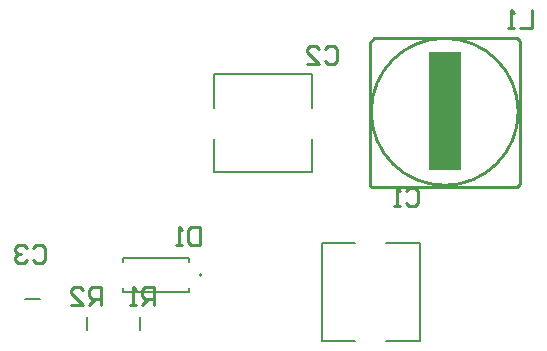
<source format=gto>
G04*
G04 #@! TF.GenerationSoftware,Altium Limited,Altium Designer,18.0.9 (584)*
G04*
G04 Layer_Color=65535*
%FSLAX25Y25*%
%MOIN*%
G70*
G01*
G75*
%ADD10C,0.01000*%
%ADD11C,0.00787*%
%ADD12C,0.00984*%
%ADD13C,0.00500*%
%ADD14R,0.11000X0.39500*%
D10*
X128546Y86221D02*
G03*
X128546Y86221I24505J0D01*
G01*
X38540Y21883D02*
Y27881D01*
X35541D01*
X34541Y26881D01*
Y24882D01*
X35541Y23882D01*
X38540D01*
X36541D02*
X34541Y21883D01*
X28543D02*
X32542D01*
X28543Y25881D01*
Y26881D01*
X29543Y27881D01*
X31542D01*
X32542Y26881D01*
X182251Y120219D02*
Y114221D01*
X178252D01*
X176253D02*
X174254D01*
X175253D01*
Y120219D01*
X176253Y119219D01*
X71486Y47698D02*
Y41700D01*
X68487D01*
X67487Y42700D01*
Y46698D01*
X68487Y47698D01*
X71486D01*
X65488Y41700D02*
X63488D01*
X64488D01*
Y47698D01*
X65488Y46698D01*
X56307Y21932D02*
Y27930D01*
X53308D01*
X52308Y26930D01*
Y24930D01*
X53308Y23931D01*
X56307D01*
X54308D02*
X52308Y21932D01*
X50309D02*
X48310D01*
X49309D01*
Y27930D01*
X50309Y26930D01*
X15651Y40738D02*
X16651Y41737D01*
X18650D01*
X19650Y40738D01*
Y36739D01*
X18650Y35739D01*
X16651D01*
X15651Y36739D01*
X13652Y40738D02*
X12652Y41737D01*
X10652D01*
X9653Y40738D01*
Y39738D01*
X10652Y38738D01*
X11652D01*
X10652D01*
X9653Y37739D01*
Y36739D01*
X10652Y35739D01*
X12652D01*
X13652Y36739D01*
X113287Y107098D02*
X114287Y108098D01*
X116286D01*
X117286Y107098D01*
Y103100D01*
X116286Y102100D01*
X114287D01*
X113287Y103100D01*
X107289Y102100D02*
X111288D01*
X107289Y106099D01*
Y107098D01*
X108289Y108098D01*
X110288D01*
X111288Y107098D01*
X140087Y59898D02*
X141087Y60898D01*
X143086D01*
X144086Y59898D01*
Y55900D01*
X143086Y54900D01*
X141087D01*
X140087Y55900D01*
X138088Y54900D02*
X136088D01*
X137088D01*
Y60898D01*
X138088Y59898D01*
D11*
X71280Y31791D02*
G03*
X71280Y31791I394J0D01*
G01*
X33858Y13583D02*
Y17913D01*
X112047Y9661D02*
Y42339D01*
X144724Y9661D02*
Y42339D01*
X123268D02*
X112047D01*
X144724D02*
X133504D01*
X144724Y9661D02*
X133504D01*
X123268D02*
X112047D01*
X51575Y13583D02*
Y17913D01*
X18110Y23917D02*
X12992D01*
X108760Y98721D02*
X76083D01*
X108760Y66043D02*
X76083D01*
X108760Y87500D02*
Y98721D01*
Y66043D02*
Y77264D01*
X76083Y66043D02*
Y77264D01*
Y87500D02*
Y98721D01*
D12*
X128051Y85721D02*
Y109221D01*
X129551Y110721D02*
X128051Y109221D01*
X177051Y110721D02*
X129551D01*
X178051Y109721D02*
X177051Y110721D01*
X178051Y62221D02*
Y109721D01*
Y62221D02*
X177051Y61221D01*
X128551D01*
X128051Y61721D01*
Y85721D01*
D13*
X67913Y36122D02*
Y37598D01*
X45866D01*
Y36122D02*
Y37598D01*
Y25984D02*
Y27461D01*
X67913Y25984D02*
X45866D01*
X67913D02*
Y27461D01*
D14*
X153051Y86471D02*
D03*
M02*

</source>
